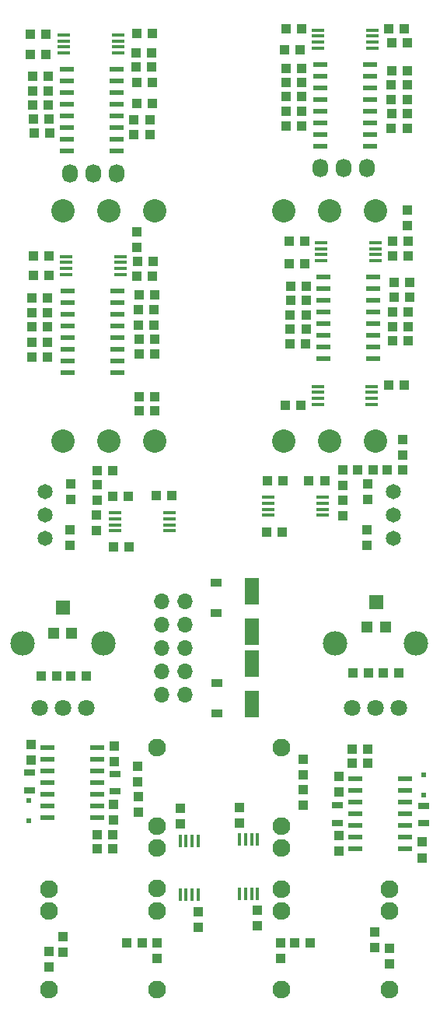
<source format=gbr>
G04 #@! TF.GenerationSoftware,KiCad,Pcbnew,(5.1.4-0-10_14)*
G04 #@! TF.CreationDate,2019-08-29T11:55:18-07:00*
G04 #@! TF.ProjectId,pcb-dualdrum-dev1,7063622d-6475-4616-9c64-72756d2d6465,rev?*
G04 #@! TF.SameCoordinates,Original*
G04 #@! TF.FileFunction,Soldermask,Top*
G04 #@! TF.FilePolarity,Negative*
%FSLAX46Y46*%
G04 Gerber Fmt 4.6, Leading zero omitted, Abs format (unit mm)*
G04 Created by KiCad (PCBNEW (5.1.4-0-10_14)) date 2019-08-29 11:55:18*
%MOMM*%
%LPD*%
G04 APERTURE LIST*
%ADD10R,1.450000X0.450000*%
%ADD11R,1.000000X1.000000*%
%ADD12R,0.450000X1.450000*%
%ADD13R,1.200000X1.200000*%
%ADD14R,1.600000X1.500000*%
%ADD15O,1.700000X1.700000*%
%ADD16R,1.500000X0.600000*%
%ADD17R,1.200000X0.900000*%
%ADD18R,0.500000X0.500000*%
%ADD19R,1.600000X3.000000*%
%ADD20R,1.300000X0.700000*%
%ADD21O,1.727200X2.032000*%
%ADD22C,1.651000*%
%ADD23C,1.803400*%
%ADD24C,2.667000*%
%ADD25C,2.540000*%
%ADD26C,1.930400*%
G04 APERTURE END LIST*
D10*
X40623280Y67967500D03*
X40623280Y67317500D03*
X40623280Y66667500D03*
X40623280Y66017500D03*
X34723280Y66017500D03*
X34723280Y66667500D03*
X34723280Y67317500D03*
X34723280Y67967500D03*
D11*
X3406580Y104115500D03*
X5106580Y104115500D03*
X5427980Y4788800D03*
X5427980Y6488800D03*
X42550080Y5119000D03*
X42550080Y6819000D03*
X10686680Y17665700D03*
X12386680Y17665700D03*
X40225080Y28448000D03*
X38525080Y28448000D03*
D12*
X21706480Y12607500D03*
X21056480Y12607500D03*
X20406480Y12607500D03*
X19756480Y12607500D03*
X19756480Y18507500D03*
X20406480Y18507500D03*
X21056480Y18507500D03*
X21706480Y18507500D03*
X28183480Y12721800D03*
X27533480Y12721800D03*
X26883480Y12721800D03*
X26233480Y12721800D03*
X26233480Y18621800D03*
X26883480Y18621800D03*
X27533480Y18621800D03*
X28183480Y18621800D03*
D10*
X12693080Y52250100D03*
X12693080Y52900100D03*
X12693080Y53550100D03*
X12693080Y54200100D03*
X18593080Y54200100D03*
X18593080Y53550100D03*
X18593080Y52900100D03*
X18593080Y52250100D03*
X35260480Y55891400D03*
X35260480Y55241400D03*
X35260480Y54591400D03*
X35260480Y53941400D03*
X29360480Y53941400D03*
X29360480Y54591400D03*
X29360480Y55241400D03*
X29360480Y55891400D03*
X13220880Y82090500D03*
X13220880Y81440500D03*
X13220880Y80790500D03*
X13220880Y80140500D03*
X7320880Y80140500D03*
X7320880Y80790500D03*
X7320880Y81440500D03*
X7320880Y82090500D03*
X13006580Y106190500D03*
X13006580Y105540500D03*
X13006580Y104890500D03*
X13006580Y104240500D03*
X7106580Y104240500D03*
X7106580Y104890500D03*
X7106580Y105540500D03*
X7106580Y106190500D03*
X41033680Y83606900D03*
X41033680Y82956900D03*
X41033680Y82306900D03*
X41033680Y81656900D03*
X35133680Y81656900D03*
X35133680Y82306900D03*
X35133680Y82956900D03*
X35133680Y83606900D03*
X40691180Y106740660D03*
X40691180Y106090660D03*
X40691180Y105440660D03*
X40691180Y104790660D03*
X34791180Y104790660D03*
X34791180Y105440660D03*
X34791180Y106090660D03*
X34791180Y106740660D03*
D13*
X7964680Y41106900D03*
X5964680Y41106900D03*
D14*
X6964680Y43881900D03*
D13*
X42127680Y41741900D03*
X40127680Y41741900D03*
D14*
X41127680Y44516900D03*
D11*
X5460880Y82185500D03*
X3760880Y82185500D03*
X15070880Y79995500D03*
X16770880Y79995500D03*
X3600880Y74435500D03*
X5300880Y74435500D03*
X5310880Y76005500D03*
X3610880Y76005500D03*
X15190880Y74615500D03*
X16890880Y74615500D03*
X7015480Y8076300D03*
X7015480Y6376300D03*
X3590880Y77575500D03*
X5290880Y77575500D03*
X15240880Y76295500D03*
X16940880Y76295500D03*
X17000880Y77915500D03*
X15300880Y77915500D03*
X15625180Y7416800D03*
X13925180Y7416800D03*
X17022180Y66840100D03*
X15322180Y66840100D03*
X10699380Y19189700D03*
X12399380Y19189700D03*
X5126580Y106315500D03*
X3426580Y106315500D03*
X10713080Y57245100D03*
X10713080Y55545100D03*
X12413080Y56025100D03*
X14113080Y56025100D03*
X17200880Y5715000D03*
X17200880Y7415000D03*
X9554580Y36461700D03*
X7854580Y36461700D03*
X12527280Y20765400D03*
X12527280Y22465400D03*
X14956580Y104265500D03*
X16656580Y104265500D03*
X7777480Y50648500D03*
X7777480Y52348500D03*
X3686580Y98615500D03*
X5386580Y98615500D03*
X5366580Y100105500D03*
X3666580Y100105500D03*
X15006580Y98725500D03*
X16706580Y98725500D03*
X7802880Y57352300D03*
X7802880Y55652300D03*
X3676580Y101675500D03*
X5376580Y101675500D03*
X14996580Y101005500D03*
X16696580Y101005500D03*
X3484880Y27305900D03*
X3484880Y29005900D03*
X15181580Y21629000D03*
X15181580Y23329000D03*
X16646580Y102695500D03*
X14946580Y102695500D03*
X4641480Y36474400D03*
X6341480Y36474400D03*
X15067280Y83109700D03*
X15067280Y84809700D03*
X33328980Y83743800D03*
X31628980Y83743800D03*
X42893680Y82191900D03*
X44593680Y82191900D03*
X31753680Y75731900D03*
X33453680Y75731900D03*
X33473680Y77331900D03*
X31773680Y77331900D03*
X42873680Y76061900D03*
X44573680Y76061900D03*
X31763680Y78891900D03*
X33463680Y78891900D03*
X43033680Y77701900D03*
X44733680Y77701900D03*
X40975280Y8546200D03*
X40975280Y6846200D03*
X44733680Y79291900D03*
X43033680Y79291900D03*
X44010580Y62165600D03*
X44010580Y60465600D03*
X32973380Y106895900D03*
X31273380Y106895900D03*
X37480480Y58886400D03*
X37480480Y57186400D03*
X30970480Y57656400D03*
X29270480Y57656400D03*
X32200480Y7429500D03*
X33900480Y7429500D03*
X42817680Y105359200D03*
X44517680Y105359200D03*
X40225080Y26949400D03*
X38525080Y26949400D03*
X40137080Y50648500D03*
X40137080Y52348500D03*
X30662880Y5728600D03*
X30662880Y7428600D03*
X31301180Y99485660D03*
X33001180Y99485660D03*
X33001180Y101015660D03*
X31301180Y101015660D03*
X43539780Y36741100D03*
X41839780Y36741100D03*
X42761180Y99215660D03*
X44461180Y99215660D03*
X37038280Y25488000D03*
X37038280Y23788000D03*
X40213280Y57352300D03*
X40213280Y55652300D03*
X31291180Y102565660D03*
X32991180Y102565660D03*
X42761180Y100765660D03*
X44461180Y100765660D03*
X33190180Y22403700D03*
X33190180Y24103700D03*
X44471180Y102345660D03*
X42771180Y102345660D03*
X46131480Y16663300D03*
X46131480Y18363300D03*
X38575880Y36741100D03*
X40275880Y36741100D03*
X44480480Y85446500D03*
X44480480Y87146500D03*
D15*
X17758180Y44592700D03*
X20298180Y44592700D03*
X17758180Y42052700D03*
X20298180Y42052700D03*
X17758180Y39512700D03*
X20298180Y39512700D03*
X17758180Y36972700D03*
X20298180Y36972700D03*
X17758180Y34432700D03*
X20298180Y34432700D03*
D16*
X12920880Y78310500D03*
X12920880Y77040500D03*
X12920880Y75770500D03*
X12920880Y74500500D03*
X12920880Y73230500D03*
X12920880Y71960500D03*
X12920880Y70690500D03*
X12920880Y69420500D03*
X7520880Y69420500D03*
X7520880Y70690500D03*
X7520880Y71960500D03*
X7520880Y73230500D03*
X7520880Y74500500D03*
X7520880Y75770500D03*
X7520880Y77040500D03*
X7520880Y78310500D03*
X12806580Y102460500D03*
X12806580Y101190500D03*
X12806580Y99920500D03*
X12806580Y98650500D03*
X12806580Y97380500D03*
X12806580Y96110500D03*
X12806580Y94840500D03*
X12806580Y93570500D03*
X7406580Y93570500D03*
X7406580Y94840500D03*
X7406580Y96110500D03*
X7406580Y97380500D03*
X7406580Y98650500D03*
X7406580Y99920500D03*
X7406580Y101190500D03*
X7406580Y102460500D03*
X40793680Y79866900D03*
X40793680Y78596900D03*
X40793680Y77326900D03*
X40793680Y76056900D03*
X40793680Y74786900D03*
X40793680Y73516900D03*
X40793680Y72246900D03*
X40793680Y70976900D03*
X35393680Y70976900D03*
X35393680Y72246900D03*
X35393680Y73516900D03*
X35393680Y74786900D03*
X35393680Y76056900D03*
X35393680Y77326900D03*
X35393680Y78596900D03*
X35393680Y79866900D03*
X40451180Y103020660D03*
X40451180Y101750660D03*
X40451180Y100480660D03*
X40451180Y99210660D03*
X40451180Y97940660D03*
X40451180Y96670660D03*
X40451180Y95400660D03*
X40451180Y94130660D03*
X35051180Y94130660D03*
X35051180Y95400660D03*
X35051180Y96670660D03*
X35051180Y97940660D03*
X35051180Y99210660D03*
X35051180Y100480660D03*
X35051180Y101750660D03*
X35051180Y103020660D03*
D17*
X23718180Y35632700D03*
X23718180Y32332700D03*
X23658180Y46620700D03*
X23658180Y43320700D03*
D18*
X3307080Y20667800D03*
X3307080Y22867800D03*
X46271180Y25661800D03*
X46271180Y23461800D03*
D16*
X10705080Y28670800D03*
X10705080Y27400800D03*
X10705080Y26130800D03*
X10705080Y24860800D03*
X10705080Y23590800D03*
X10705080Y22320800D03*
X10705080Y21050800D03*
X5305080Y21050800D03*
X5305080Y22320800D03*
X5305080Y23590800D03*
X5305080Y24860800D03*
X5305080Y26130800D03*
X5305080Y27400800D03*
X5305080Y28670800D03*
X38862980Y17619900D03*
X38862980Y18889900D03*
X38862980Y20159900D03*
X38862980Y21429900D03*
X38862980Y22699900D03*
X38862980Y23969900D03*
X38862980Y25239900D03*
X44262980Y25239900D03*
X44262980Y23969900D03*
X44262980Y22699900D03*
X44262980Y21429900D03*
X44262980Y20159900D03*
X44262980Y18889900D03*
X44262980Y17619900D03*
D11*
X17153080Y56115100D03*
X18853080Y56115100D03*
X14163080Y50485100D03*
X12463080Y50485100D03*
X30900480Y52066400D03*
X29200480Y52066400D03*
X33790480Y57656400D03*
X35490480Y57656400D03*
X31209880Y65874900D03*
X32909880Y65874900D03*
X44150280Y68084700D03*
X42450280Y68084700D03*
X19753580Y22046300D03*
X19753580Y20346300D03*
X28186380Y9221100D03*
X28186380Y10921100D03*
X12539980Y27140800D03*
X12539980Y28840800D03*
X16696580Y106345500D03*
X14996580Y106345500D03*
X31603680Y81343500D03*
X33303680Y81343500D03*
X44593680Y83751900D03*
X42893680Y83751900D03*
X31159080Y104597200D03*
X32859080Y104597200D03*
X44201180Y106865660D03*
X42501180Y106865660D03*
X26179780Y22109800D03*
X26179780Y20409800D03*
X21696680Y9119500D03*
X21696680Y10819500D03*
X3750880Y80005500D03*
X5450880Y80005500D03*
X16790880Y81555500D03*
X15090880Y81555500D03*
D19*
X27548180Y33372700D03*
X27548180Y37772700D03*
D11*
X37025580Y19074500D03*
X37025580Y17374500D03*
D19*
X27548180Y41246700D03*
X27548180Y45646700D03*
D11*
X3625480Y71158100D03*
X5325480Y71158100D03*
X3836580Y95545500D03*
X5536580Y95545500D03*
X31743680Y72621900D03*
X33443680Y72621900D03*
X31291180Y96305660D03*
X32991180Y96305660D03*
X16984080Y71513700D03*
X15284080Y71513700D03*
X16436580Y95375500D03*
X14736580Y95375500D03*
X44573680Y72921900D03*
X42873680Y72921900D03*
X44461180Y96055660D03*
X42761180Y96055660D03*
X3640880Y72735500D03*
X5340880Y72735500D03*
X16980880Y73115500D03*
X15280880Y73115500D03*
D20*
X12679680Y25765800D03*
X12679680Y23865800D03*
D11*
X15322180Y65278000D03*
X17022180Y65278000D03*
X10673080Y52245100D03*
X10673080Y53945100D03*
X3806580Y97065500D03*
X5506580Y97065500D03*
X16436580Y96945500D03*
X14736580Y96945500D03*
X12399380Y58788300D03*
X10699380Y58788300D03*
D20*
X3357880Y24030900D03*
X3357880Y25930900D03*
D11*
X15143480Y24931000D03*
X15143480Y26631000D03*
X31753680Y74171900D03*
X33453680Y74171900D03*
X44583680Y74481900D03*
X42883680Y74481900D03*
X44035080Y58915300D03*
X42335080Y58915300D03*
D20*
X36898580Y20474900D03*
X36898580Y22374900D03*
D11*
X37480480Y55606400D03*
X37480480Y53906400D03*
X31301180Y97875660D03*
X33001180Y97875660D03*
X44471180Y97645660D03*
X42771180Y97645660D03*
X40745780Y58915300D03*
X39045780Y58915300D03*
D20*
X46245780Y22324100D03*
X46245780Y20424100D03*
D11*
X33152080Y25642200D03*
X33152080Y27342200D03*
D21*
X12796580Y91095500D03*
X10256580Y91095500D03*
X7716580Y91095500D03*
X40081180Y91715660D03*
X37541180Y91715660D03*
X35001180Y91715660D03*
D22*
X5005080Y56540000D03*
X5005080Y54000000D03*
X5005080Y51460000D03*
X43005080Y56540000D03*
X43005080Y54000000D03*
X43005080Y51460000D03*
D23*
X4464917Y32987757D03*
X7004917Y32987757D03*
X9544917Y32987757D03*
D24*
X11399117Y39998157D03*
X2610717Y39998157D03*
D25*
X7005080Y62046000D03*
X12005080Y62046000D03*
X17005080Y62046000D03*
X7005080Y87046000D03*
X12005080Y87046000D03*
X17005080Y87046000D03*
D23*
X38464917Y32987757D03*
X41004917Y32987757D03*
X43544917Y32987757D03*
D24*
X45399117Y39998157D03*
X36610717Y39998157D03*
D25*
X31005080Y62046000D03*
X36005080Y62046000D03*
X41005080Y62046000D03*
D26*
X17255080Y20097200D03*
X17255080Y17684200D03*
X17255080Y28657000D03*
X30755080Y20097200D03*
X30755080Y17684200D03*
X30755080Y28657000D03*
X17255080Y10902800D03*
X17255080Y13315800D03*
X17255080Y2343000D03*
X30755080Y10852800D03*
X30755080Y13265800D03*
X30755080Y2293000D03*
D25*
X31005080Y87046000D03*
X36005080Y87046000D03*
X41005080Y87046000D03*
D26*
X5455080Y10852800D03*
X5455080Y13265800D03*
X5455080Y2293000D03*
X42555080Y10852800D03*
X42555080Y13265800D03*
X42555080Y2293000D03*
M02*

</source>
